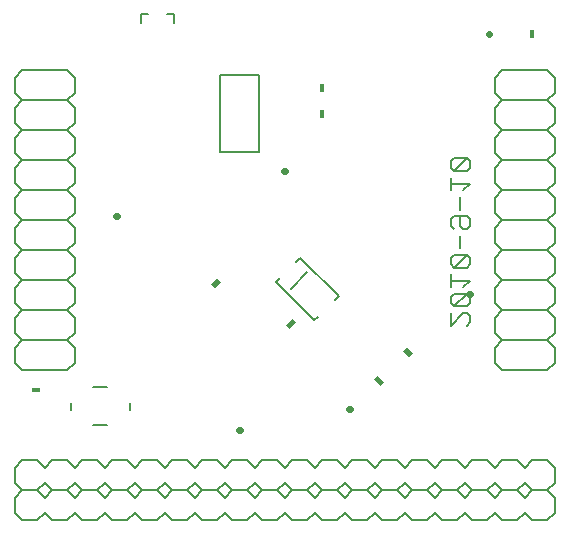
<source format=gbo>
G75*
G70*
%OFA0B0*%
%FSLAX24Y24*%
%IPPOS*%
%LPD*%
%AMOC8*
5,1,8,0,0,1.08239X$1,22.5*
%
%ADD10C,0.0060*%
%ADD11C,0.0220*%
%ADD12R,0.0300X0.0180*%
%ADD13R,0.0180X0.0300*%
%ADD14C,0.0080*%
D10*
X001284Y006054D02*
X002784Y006054D01*
X003034Y006304D01*
X003034Y006804D01*
X002784Y007054D01*
X001284Y007054D01*
X001034Y006804D01*
X001034Y006304D01*
X001284Y006054D01*
X001284Y007054D02*
X001034Y007304D01*
X001034Y007804D01*
X001284Y008054D01*
X002784Y008054D01*
X003034Y008304D01*
X003034Y008804D01*
X002784Y009054D01*
X001284Y009054D01*
X001034Y008804D01*
X001034Y008304D01*
X001284Y008054D01*
X001284Y009054D02*
X001034Y009304D01*
X001034Y009804D01*
X001284Y010054D01*
X002784Y010054D01*
X003034Y009804D01*
X003034Y009304D01*
X002784Y009054D01*
X002784Y008054D02*
X003034Y007804D01*
X003034Y007304D01*
X002784Y007054D01*
X002784Y010054D02*
X003034Y010304D01*
X003034Y010804D01*
X002784Y011054D01*
X001284Y011054D01*
X001034Y010804D01*
X001034Y010304D01*
X001284Y010054D01*
X001284Y011054D02*
X001034Y011304D01*
X001034Y011804D01*
X001284Y012054D01*
X002784Y012054D01*
X003034Y011804D01*
X003034Y011304D01*
X002784Y011054D01*
X002784Y012054D02*
X003034Y012304D01*
X003034Y012804D01*
X002784Y013054D01*
X001284Y013054D01*
X001034Y012804D01*
X001034Y012304D01*
X001284Y012054D01*
X001284Y013054D02*
X001034Y013304D01*
X001034Y013804D01*
X001284Y014054D01*
X002784Y014054D01*
X003034Y013804D01*
X003034Y013304D01*
X002784Y013054D01*
X002784Y014054D02*
X003034Y014304D01*
X003034Y014804D01*
X002784Y015054D01*
X001284Y015054D01*
X001034Y014804D01*
X001034Y014304D01*
X001284Y014054D01*
X001284Y015054D02*
X001034Y015304D01*
X001034Y015804D01*
X001284Y016054D01*
X002784Y016054D01*
X003034Y015804D01*
X003034Y015304D01*
X002784Y015054D01*
X015564Y013011D02*
X015564Y012797D01*
X015671Y012691D01*
X016098Y013118D01*
X015671Y013118D01*
X015564Y013011D01*
X015671Y012691D02*
X016098Y012691D01*
X016205Y012797D01*
X016205Y013011D01*
X016098Y013118D01*
X015564Y012473D02*
X015564Y012046D01*
X015564Y012260D02*
X016205Y012260D01*
X015991Y012046D01*
X015884Y011829D02*
X015884Y011401D01*
X015884Y011184D02*
X015884Y010864D01*
X015991Y010757D01*
X016098Y010757D01*
X016205Y010864D01*
X016205Y011077D01*
X016098Y011184D01*
X015671Y011184D01*
X015564Y011077D01*
X015564Y010864D01*
X015671Y010757D01*
X015884Y010539D02*
X015884Y010112D01*
X015671Y009895D02*
X015564Y009788D01*
X015564Y009575D01*
X015671Y009468D01*
X016098Y009895D01*
X015671Y009895D01*
X016098Y009895D02*
X016205Y009788D01*
X016205Y009575D01*
X016098Y009468D01*
X015671Y009468D01*
X015564Y009250D02*
X015564Y008823D01*
X015564Y009037D02*
X016205Y009037D01*
X015991Y008823D01*
X016098Y008606D02*
X015671Y008606D01*
X015564Y008499D01*
X015564Y008286D01*
X015671Y008179D01*
X016098Y008606D01*
X016205Y008499D01*
X016205Y008286D01*
X016098Y008179D01*
X015671Y008179D01*
X015564Y007961D02*
X015564Y007534D01*
X015991Y007961D01*
X016098Y007961D01*
X016205Y007855D01*
X016205Y007641D01*
X016098Y007534D01*
X017034Y007304D02*
X017034Y007804D01*
X017284Y008054D01*
X018784Y008054D01*
X019034Y008304D01*
X019034Y008804D01*
X018784Y009054D01*
X017284Y009054D01*
X017034Y009304D01*
X017034Y009804D01*
X017284Y010054D01*
X018784Y010054D01*
X019034Y010304D01*
X019034Y010804D01*
X018784Y011054D01*
X017284Y011054D01*
X017034Y011304D01*
X017034Y011804D01*
X017284Y012054D01*
X018784Y012054D01*
X019034Y012304D01*
X019034Y012804D01*
X018784Y013054D01*
X017284Y013054D01*
X017034Y012804D01*
X017034Y012304D01*
X017284Y012054D01*
X017284Y013054D02*
X017034Y013304D01*
X017034Y013804D01*
X017284Y014054D01*
X018784Y014054D01*
X019034Y014304D01*
X019034Y014804D01*
X018784Y015054D01*
X019034Y015304D01*
X019034Y015804D01*
X018784Y016054D01*
X017284Y016054D01*
X017034Y015804D01*
X017034Y015304D01*
X017284Y015054D01*
X018784Y015054D01*
X018784Y014054D02*
X019034Y013804D01*
X019034Y013304D01*
X018784Y013054D01*
X018784Y012054D02*
X019034Y011804D01*
X019034Y011304D01*
X018784Y011054D01*
X018784Y010054D02*
X019034Y009804D01*
X019034Y009304D01*
X018784Y009054D01*
X018784Y008054D02*
X019034Y007804D01*
X019034Y007304D01*
X018784Y007054D01*
X017284Y007054D01*
X017034Y007304D01*
X017284Y007054D02*
X017034Y006804D01*
X017034Y006304D01*
X017284Y006054D01*
X018784Y006054D01*
X019034Y006304D01*
X019034Y006804D01*
X018784Y007054D01*
X017284Y008054D02*
X017034Y008304D01*
X017034Y008804D01*
X017284Y009054D01*
X017284Y010054D02*
X017034Y010304D01*
X017034Y010804D01*
X017284Y011054D01*
X017284Y014054D02*
X017034Y014304D01*
X017034Y014804D01*
X017284Y015054D01*
D11*
X016834Y017242D02*
X016834Y017266D01*
X010046Y012704D02*
X010022Y012704D01*
X004446Y011204D02*
X004422Y011204D01*
X008522Y004054D02*
X008546Y004054D01*
X012176Y004763D02*
X012193Y004746D01*
X016172Y008604D02*
X016196Y008604D01*
D12*
X001734Y005404D03*
D13*
G36*
X007692Y008785D02*
X007565Y008912D01*
X007776Y009123D01*
X007903Y008996D01*
X007692Y008785D01*
G37*
G36*
X010276Y007773D02*
X010403Y007646D01*
X010192Y007435D01*
X010065Y007562D01*
X010276Y007773D01*
G37*
G36*
X013015Y005746D02*
X013142Y005873D01*
X013353Y005662D01*
X013226Y005535D01*
X013015Y005746D01*
G37*
G36*
X014303Y006612D02*
X014176Y006485D01*
X013965Y006696D01*
X014092Y006823D01*
X014303Y006612D01*
G37*
X011284Y014604D03*
X011284Y015454D03*
X018284Y017254D03*
D14*
X001284Y001054D02*
X001034Y001304D01*
X001034Y001804D01*
X001284Y002054D01*
X001784Y002054D01*
X002034Y001804D01*
X002284Y002054D01*
X002784Y002054D01*
X003034Y001804D01*
X003284Y002054D01*
X003784Y002054D01*
X004034Y001804D01*
X004284Y002054D01*
X004784Y002054D01*
X005034Y001804D01*
X005284Y002054D01*
X005784Y002054D01*
X006034Y001804D01*
X006284Y002054D01*
X006784Y002054D01*
X007034Y001804D01*
X007284Y002054D01*
X007784Y002054D01*
X008034Y001804D01*
X008284Y002054D01*
X008784Y002054D01*
X009034Y001804D01*
X009284Y002054D01*
X009784Y002054D01*
X010034Y001804D01*
X010284Y002054D01*
X010784Y002054D01*
X011034Y001804D01*
X011284Y002054D01*
X011784Y002054D01*
X012034Y001804D01*
X012284Y002054D01*
X012784Y002054D01*
X013034Y001804D01*
X013284Y002054D01*
X013784Y002054D01*
X014034Y001804D01*
X014284Y002054D01*
X014784Y002054D01*
X015034Y001804D01*
X015284Y002054D01*
X015784Y002054D01*
X016034Y001804D01*
X016284Y002054D01*
X016784Y002054D01*
X017034Y001804D01*
X017284Y002054D01*
X017784Y002054D01*
X018034Y001804D01*
X018284Y002054D01*
X018784Y002054D01*
X019034Y001804D01*
X019034Y001304D01*
X018784Y001054D01*
X018284Y001054D01*
X018034Y001304D01*
X017784Y001054D01*
X017284Y001054D01*
X017034Y001304D01*
X016784Y001054D01*
X016284Y001054D01*
X016034Y001304D01*
X015784Y001054D01*
X015284Y001054D01*
X015034Y001304D01*
X014784Y001054D01*
X014284Y001054D01*
X014034Y001304D01*
X013784Y001054D01*
X013284Y001054D01*
X013034Y001304D01*
X012784Y001054D01*
X012284Y001054D01*
X012034Y001304D01*
X011784Y001054D01*
X011284Y001054D01*
X011034Y001304D01*
X010784Y001054D01*
X010284Y001054D01*
X010034Y001304D01*
X009784Y001054D01*
X009284Y001054D01*
X009034Y001304D01*
X008784Y001054D01*
X008284Y001054D01*
X008034Y001304D01*
X007784Y001054D01*
X007284Y001054D01*
X007034Y001304D01*
X006784Y001054D01*
X006284Y001054D01*
X006034Y001304D01*
X005784Y001054D01*
X005284Y001054D01*
X005034Y001304D01*
X004784Y001054D01*
X004284Y001054D01*
X004034Y001304D01*
X003784Y001054D01*
X003284Y001054D01*
X003034Y001304D01*
X002784Y001054D01*
X002284Y001054D01*
X002034Y001304D01*
X001784Y001054D01*
X001284Y001054D01*
X001284Y002054D02*
X001784Y002054D01*
X002034Y002304D01*
X002284Y002054D01*
X002784Y002054D01*
X003034Y002304D01*
X003284Y002054D01*
X003784Y002054D01*
X004034Y002304D01*
X004284Y002054D01*
X004784Y002054D01*
X005034Y002304D01*
X005284Y002054D01*
X005784Y002054D01*
X006034Y002304D01*
X006284Y002054D01*
X006784Y002054D01*
X007034Y002304D01*
X007284Y002054D01*
X007784Y002054D01*
X008034Y002304D01*
X008284Y002054D01*
X008784Y002054D01*
X009034Y002304D01*
X009284Y002054D01*
X009784Y002054D01*
X010034Y002304D01*
X010284Y002054D01*
X010784Y002054D01*
X011034Y002304D01*
X011284Y002054D01*
X011784Y002054D01*
X012034Y002304D01*
X012284Y002054D01*
X012784Y002054D01*
X013034Y002304D01*
X013284Y002054D01*
X013784Y002054D01*
X014034Y002304D01*
X014284Y002054D01*
X014784Y002054D01*
X015034Y002304D01*
X015284Y002054D01*
X015784Y002054D01*
X016034Y002304D01*
X016284Y002054D01*
X016784Y002054D01*
X017034Y002304D01*
X017284Y002054D01*
X017784Y002054D01*
X018034Y002304D01*
X018284Y002054D01*
X018784Y002054D01*
X019034Y002304D01*
X019034Y002804D01*
X018784Y003054D01*
X018284Y003054D01*
X018034Y002804D01*
X017784Y003054D01*
X017284Y003054D01*
X017034Y002804D01*
X016784Y003054D01*
X016284Y003054D01*
X016034Y002804D01*
X015784Y003054D01*
X015284Y003054D01*
X015034Y002804D01*
X014784Y003054D01*
X014284Y003054D01*
X014034Y002804D01*
X013784Y003054D01*
X013284Y003054D01*
X013034Y002804D01*
X012784Y003054D01*
X012284Y003054D01*
X012034Y002804D01*
X011784Y003054D01*
X011284Y003054D01*
X011034Y002804D01*
X010784Y003054D01*
X010284Y003054D01*
X010034Y002804D01*
X009784Y003054D01*
X009284Y003054D01*
X009034Y002804D01*
X008784Y003054D01*
X008284Y003054D01*
X008034Y002804D01*
X007784Y003054D01*
X007284Y003054D01*
X007034Y002804D01*
X006784Y003054D01*
X006284Y003054D01*
X006034Y002804D01*
X005784Y003054D01*
X005284Y003054D01*
X005034Y002804D01*
X004784Y003054D01*
X004284Y003054D01*
X004034Y002804D01*
X003784Y003054D01*
X003284Y003054D01*
X003034Y002804D01*
X002784Y003054D01*
X002284Y003054D01*
X002034Y002804D01*
X001784Y003054D01*
X001284Y003054D01*
X001034Y002804D01*
X001034Y002304D01*
X001284Y002054D01*
X003648Y004224D02*
X004120Y004224D01*
X004868Y004736D02*
X004868Y004972D01*
X004120Y005484D02*
X003648Y005484D01*
X002900Y004972D02*
X002900Y004736D01*
X009740Y008991D02*
X011021Y007710D01*
X011146Y007836D01*
X011703Y008392D02*
X011828Y008518D01*
X010548Y009798D01*
X010422Y009673D01*
X010784Y009311D02*
X010227Y008754D01*
X009866Y009116D02*
X009740Y008991D01*
X009184Y013314D02*
X007884Y013314D01*
X007884Y015894D01*
X009184Y015894D01*
X009184Y013314D01*
X006335Y017615D02*
X006335Y017930D01*
X006099Y017930D01*
X005469Y017930D02*
X005233Y017930D01*
X005233Y017615D01*
M02*

</source>
